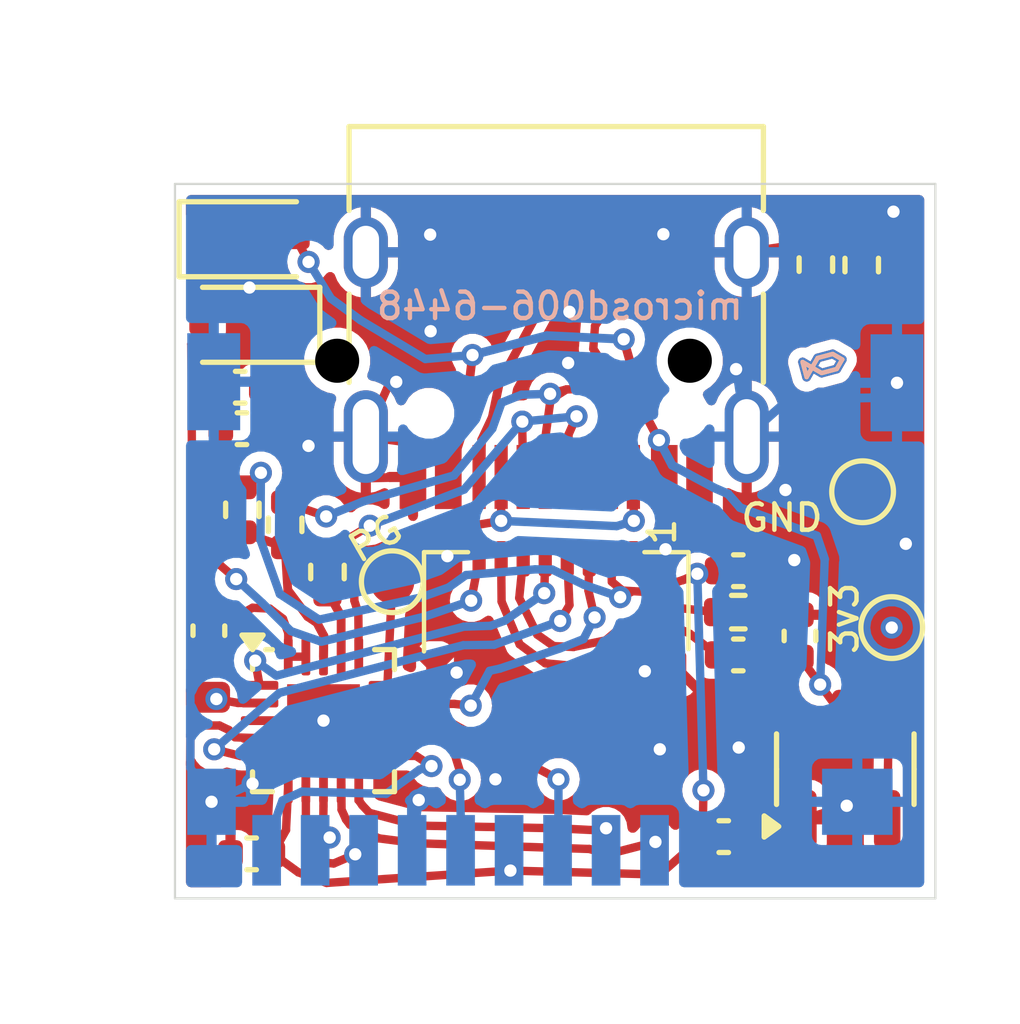
<source format=kicad_pcb>
(kicad_pcb (version 20240108) (generator "pcbnew") (generator_version "8.0")
  (layers (0 "F.Cu" signal) (31 "B.Cu" signal) (34 "B.Paste" user) (35 "F.Paste" user) (36 "B.SilkS" user "B.Silkscreen") (37 "F.SilkS" user "F.Silkscreen") (38 "B.Mask" user) (39 "F.Mask" user) (44 "Edge.Cuts" user))
  (net 0 "")
  (net 1 "Net-(J1-Pin_2)")
  (net 2 "OVDD")
  (net 3 "RES")
  (net 4 "SCL")
  (net 5 "SDA")
  (net 6 "Net-(J1-Pin_3)")
  (net 7 "VBUS")
  (net 8 "Net-(J2-CC1)")
  (net 9 "D+")
  (net 10 "D-")
  (net 11 "Net-(J2-CC2)")
  (net 12 "SBU")
  (net 13 "SDCMD")
  (net 14 "SDCLK")
  (net 15 "SDD2")
  (net 16 "SDD3")
  (net 17 "SWIO")
  (net 18 "SDD1")
  (net 19 "SDD0")
  (net 20 "CHARGEPUMP")
  (net 21 "Net-(D3-K)")
  (net 22 "OVCC")
  (net 23 "GND")
  (net 24 "SDD")
  (net 25 "Net-(J2-D+-PadA6)")
  (net 26 "Net-(J2-D--PadA7)")
  (net 27 "unconnected-(U1-PA1{slash}T1{slash}T2{slash}OPN0{slash}XI{slash}A1-Pad2)")
  (footprint "TestPoint:TestPoint_Pad_D1.0mm" (layer "F.Cu") (at 74.48 89.02)
    (property "Reference" "J3" (hide yes))
    (property "Value" "PG" (at -0.38 -0.98 30) (layer "F.SilkS") (effects (font (size 0.6 0.6) (thickness 0.1) (bold yes))))
    (pad "1" smd circle (at 0 0) (size 1 1) (layers "F.Cu" "F.Paste" "F.Mask") (net 17 "SWIO"))
  )
  (footprint "Package_TO_SOT_SMD:SOT-23-3" (layer "F.Cu") (at 84.7575 93.27 90)
    (property "Reference" "U3" (hide yes))
    (property "Value" "XC6206PxxxMR")
    (pad "1" smd roundrect (at -1.1375 -0.95 90) (size 1.325 0.6) (layers "F.Cu" "F.Paste" "F.Mask") (net 23 "GND"))
    (pad "2" smd roundrect (at -1.1375 0.95 90) (size 1.325 0.6) (layers "F.Cu" "F.Paste" "F.Mask") (net 2 "OVDD"))
    (pad "3" smd roundrect (at 1.1375 0 90) (size 1.325 0.6) (layers "F.Cu" "F.Paste" "F.Mask") (net 7 "VBUS"))
  )
  (footprint "Resistor_SMD:R_0402_1005Metric" (layer "F.Cu") (at 73.01 88.8 -90)
    (property "Reference" "R6" (hide yes))
    (property "Value" "120")
    (pad "1" smd roundrect (at -0.51 0 270) (size 0.54 0.64) (layers "F.Cu" "F.Paste" "F.Mask") (net 25 "Net-(J2-D+-PadA6)"))
    (pad "2" smd roundrect (at 0.51 0 270) (size 0.54 0.64) (layers "F.Cu" "F.Paste" "F.Mask") (net 9 "D+"))
  )
  (footprint "TestPoint:TestPoint_Pad_D1.0mm" (layer "F.Cu") (at 85.81 90.06)
    (property "Reference" "J4" (hide yes))
    (property "Value" "3v3" (at -1.07 -0.21 90) (layer "F.SilkS") (effects (font (size 0.6 0.6) (thickness 0.1) (bold yes))))
    (pad "1" smd circle (at 0 0) (size 1 1) (layers "F.Cu" "F.Paste" "F.Mask") (net 2 "OVDD"))
  )
  (footprint "TestPoint:TestPoint_Pad_1.0x1.0mm" (layer "F.Cu") (at 70.3 91.64 180)
    (property "Reference" "REF**" (hide yes))
    (property "Value" "TestPoint_Pad_1.0x1.0mm" (hide yes))
    (pad "1" smd roundrect (at 0 0 180) (size 1 0.7) (layers "F.Cu" "F.Paste" "F.Mask") (net 27 "unconnected-(U1-PA1{slash}T1{slash}T2{slash}OPN0{slash}XI{slash}A1-Pad2)"))
  )
  (footprint "Resistor_SMD:R_0402_1005Metric" (layer "F.Cu") (at 71.08 87.39 -90)
    (property "Reference" "R4" (hide yes))
    (property "Value" "1.5k")
    (pad "1" smd roundrect (at -0.51 0 270) (size 0.54 0.64) (layers "F.Cu" "F.Paste" "F.Mask") (net 2 "OVDD"))
    (pad "2" smd roundrect (at 0.51 0 270) (size 0.54 0.64) (layers "F.Cu" "F.Paste" "F.Mask") (net 10 "D-"))
  )
  (footprint "Capacitor_SMD:C_0402_1005Metric" (layer "F.Cu") (at 83.73 90.25 90)
    (property "Reference" "C6" (hide yes))
    (property "Value" "4.7u10v")
    (pad "1" smd roundrect (at -0.48 0 90) (size 0.56 0.62) (layers "F.Cu" "F.Paste" "F.Mask") (net 7 "VBUS"))
    (pad "2" smd roundrect (at 0.48 0 90) (size 0.56 0.62) (layers "F.Cu" "F.Paste" "F.Mask") (net 23 "GND"))
  )
  (footprint "Resistor_SMD:R_0402_1005Metric" (layer "F.Cu") (at 82.33 89.71)
    (property "Reference" "R1" (hide yes))
    (property "Value" "390k")
    (pad "1" smd roundrect (at -0.51 0) (size 0.54 0.64) (layers "F.Cu" "F.Paste" "F.Mask") (net 6 "Net-(J1-Pin_3)"))
    (pad "2" smd roundrect (at 0.51 0) (size 0.54 0.64) (layers "F.Cu" "F.Paste" "F.Mask") (net 23 "GND"))
  )
  (footprint "Capacitor_SMD:C_0402_1005Metric" (layer "F.Cu") (at 71.03 84.61 180)
    (property "Reference" "C3" (hide yes))
    (property "Value" "100n")
    (pad "1" smd roundrect (at -0.48 0 180) (size 0.56 0.62) (layers "F.Cu" "F.Paste" "F.Mask") (net 22 "OVCC"))
    (pad "2" smd roundrect (at 0.48 0 180) (size 0.56 0.62) (layers "F.Cu" "F.Paste" "F.Mask") (net 23 "GND"))
  )
  (footprint "fpc:AFC42-S08FMA-1H" (layer "F.Cu") (at 78.2 88.5)
    (property "Reference" "J1" (hide yes))
    (property "Value" "OLED")
    (pad "1" smd roundrect (at -1.75 0 180) (size 0.3 0.8) (layers "F.Cu" "F.Paste" "F.Mask") (net 22 "OVCC"))
    (pad "2" smd roundrect (at -1.25 0 180) (size 0.3 0.8) (layers "F.Cu" "F.Paste" "F.Mask") (net 1 "Net-(J1-Pin_2)"))
    (pad "3" smd roundrect (at -0.75 0 180) (size 0.3 0.8) (layers "F.Cu" "F.Paste" "F.Mask") (net 6 "Net-(J1-Pin_3)"))
    (pad "4" smd roundrect (at -0.25 0 180) (size 0.3 0.8) (layers "F.Cu" "F.Paste" "F.Mask") (net 5 "SDA"))
    (pad "5" smd roundrect (at 0.25 0 180) (size 0.3 0.8) (layers "F.Cu" "F.Paste" "F.Mask") (net 4 "SCL"))
    (pad "6" smd roundrect (at 0.75 0 180) (size 0.3 0.8) (layers "F.Cu" "F.Paste" "F.Mask") (net 3 "RES"))
    (pad "7" smd roundrect (at 1.25 0 180) (size 0.3 0.8) (layers "F.Cu" "F.Paste" "F.Mask") (net 2 "OVDD"))
    (pad "8" smd roundrect (at 1.75 0 180) (size 0.3 0.8) (layers "F.Cu" "F.Paste" "F.Mask") (net 23 "GND"))
    (pad "9" smd roundrect (at -2.75 2.5 180) (size 0.4 0.8) (layers "F.Cu" "F.Paste" "F.Mask") (net 23 "GND"))
    (pad "10" smd roundrect (at 2.75 2.5 180) (size 0.4 0.8) (layers "F.Cu" "F.Paste" "F.Mask") (net 23 "GND"))
  )
  (footprint "Diode_SMD:D_SOD-323" (layer "F.Cu") (at 71.25634 81.254378)
    (property "Reference" "D3" (hide yes))
    (property "Value" "D")
    (pad "1" smd roundrect (at -1.05 0) (size 0.6 0.45) (layers "F.Cu" "F.Paste" "F.Mask") (net 21 "Net-(D3-K)"))
    (pad "2" smd roundrect (at 1.05 0) (size 0.6 0.45) (layers "F.Cu" "F.Paste" "F.Mask") (net 7 "VBUS"))
  )
  (footprint "Capacitor_SMD:C_0402_1005Metric" (layer "F.Cu") (at 82.33 88.77)
    (property "Reference" "C4" (hide yes))
    (property "Value" "4.7u10v")
    (pad "1" smd roundrect (at -0.48 0) (size 0.56 0.62) (layers "F.Cu" "F.Paste" "F.Mask") (net 2 "OVDD"))
    (pad "2" smd roundrect (at 0.48 0) (size 0.56 0.62) (layers "F.Cu" "F.Paste" "F.Mask") (net 23 "GND"))
  )
  (footprint "Capacitor_SMD:C_0402_1005Metric" (layer "F.Cu") (at 71.29 95.19 180)
    (property "Reference" "C7" (hide yes))
    (property "Value" "100n" (hide yes))
    (pad "1" smd roundrect (at -0.48 0 180) (size 0.56 0.62) (layers "F.Cu" "F.Paste" "F.Mask") (net 2 "OVDD"))
    (pad "2" smd roundrect (at 0.48 0 180) (size 0.56 0.62) (layers "F.Cu" "F.Paste" "F.Mask") (net 23 "GND"))
  )
  (footprint "Connector_USB:USB_C_Receptacle_HRO_TYPE-C-31-M-12" (layer "F.Cu") (at 78.2 82.6 180)
    (property "Reference" "J2" (hide yes))
    (property "Value" "USB_C_Receptacle_USB2.0")
    (pad "" np_thru_hole circle (at -2.89 -2.6 180) (size 0.65 0.65) (drill 0.65) (layers "*.Cu" "*.Mask"))
    (pad "" np_thru_hole circle (at 2.89 -2.6 180) (size 0.65 0.65) (drill 0.65) (layers "*.Cu" "*.Mask"))
    (pad "A1" smd rect (at -3.25 -4.045 180) (size 0.6 1.45) (layers "F.Cu" "F.Paste" "F.Mask") (net 23 "GND"))
    (pad "A4" smd rect (at -2.45 -4.045 180) (size 0.6 1.45) (layers "F.Cu" "F.Paste" "F.Mask") (net 7 "VBUS"))
    (pad "A5" smd rect (at -1.25 -4.045 180) (size 0.3 1.45) (layers "F.Cu" "F.Paste" "F.Mask") (net 8 "Net-(J2-CC1)"))
    (pad "A6" smd rect (at -0.25 -4.045 180) (size 0.3 1.45) (layers "F.Cu" "F.Paste" "F.Mask") (net 25 "Net-(J2-D+-PadA6)"))
    (pad "A7" smd rect (at 0.25 -4.045 180) (size 0.3 1.45) (layers "F.Cu" "F.Paste" "F.Mask") (net 26 "Net-(J2-D--PadA7)"))
    (pad "A8" smd rect (at 1.25 -4.045 180) (size 0.3 1.45) (layers "F.Cu" "F.Paste" "F.Mask") (net 12 "SBU"))
    (pad "A9" smd rect (at 2.45 -4.045 180) (size 0.6 1.45) (layers "F.Cu" "F.Paste" "F.Mask") (net 7 "VBUS"))
    (pad "A12" smd rect (at 3.25 -4.045 180) (size 0.6 1.45) (layers "F.Cu" "F.Paste" "F.Mask") (net 23 "GND"))
    (pad "B1" smd rect (at 3.25 -4.045 180) (size 0.6 1.45) (layers "F.Cu" "F.Paste" "F.Mask") (net 23 "GND"))
    (pad "B4" smd rect (at 2.45 -4.045 180) (size 0.6 1.45) (layers "F.Cu" "F.Paste" "F.Mask") (net 7 "VBUS"))
    (pad "B5" smd rect (at 1.75 -4.045 180) (size 0.3 1.45) (layers "F.Cu" "F.Paste" "F.Mask") (net 11 "Net-(J2-CC2)"))
    (pad "B6" smd rect (at 0.75 -4.045 180) (size 0.3 1.45) (layers "F.Cu" "F.Paste" "F.Mask") (net 25 "Net-(J2-D+-PadA6)"))
    (pad "B7" smd rect (at -0.75 -4.045 180) (size 0.3 1.45) (layers "F.Cu" "F.Paste" "F.Mask") (net 26 "Net-(J2-D--PadA7)"))
    (pad "B8" smd rect (at -1.75 -4.045 180) (size 0.3 1.45) (layers "F.Cu" "F.Paste" "F.Mask") (net 12 "SBU"))
    (pad "B9" smd rect (at -2.45 -4.045 180) (size 0.6 1.45) (layers "F.Cu" "F.Paste" "F.Mask") (net 7 "VBUS"))
    (pad "B12" smd rect (at -3.25 -4.045 180) (size 0.6 1.45) (layers "F.Cu" "F.Paste" "F.Mask") (net 23 "GND"))
    (pad "S1" thru_hole oval (at -4.32 -3.13 180) (size 1 2.1) (drill oval 0.6 1.7) (layers "*.Cu" "*.Mask") (net 23 "GND"))
    (pad "S1" thru_hole oval (at -4.32 1.05 180) (size 1 1.6) (drill oval 0.6 1.2) (layers "*.Cu" "*.Mask") (net 23 "GND"))
    (pad "S1" thru_hole oval (at 4.32 -3.13 180) (size 1 2.1) (drill oval 0.6 1.7) (layers "*.Cu" "*.Mask") (net 23 "GND"))
    (pad "S1" thru_hole oval (at 4.32 1.05 180) (size 1 1.6) (drill oval 0.6 1.2) (layers "*.Cu" "*.Mask") (net 23 "GND"))
  )
  (footprint "Capacitor_SMD:C_0402_1005Metric" (layer "F.Cu") (at 82.33 90.68)
    (property "Reference" "C1" (hide yes))
    (property "Value" "4.7u10v")
    (pad "1" smd roundrect (at -0.48 0) (size 0.56 0.62) (layers "F.Cu" "F.Paste" "F.Mask") (net 1 "Net-(J1-Pin_2)"))
    (pad "2" smd roundrect (at 0.48 0) (size 0.56 0.62) (layers "F.Cu" "F.Paste" "F.Mask") (net 23 "GND"))
  )
  (footprint "Resistor_SMD:R_0402_1005Metric" (layer "F.Cu") (at 85.13 81.84 90)
    (property "Reference" "R2" (hide yes))
    (property "Value" "5.1k")
    (pad "1" smd roundrect (at -0.51 0 90) (size 0.54 0.64) (layers "F.Cu" "F.Paste" "F.Mask") (net 8 "Net-(J2-CC1)"))
    (pad "2" smd roundrect (at 0.51 0 90) (size 0.54 0.64) (layers "F.Cu" "F.Paste" "F.Mask") (net 23 "GND"))
  )
  (footprint "Capacitor_SMD:C_0402_1005Metric" (layer "F.Cu") (at 71.07 85.55 180)
    (property "Reference" "C2" (hide yes))
    (property "Value" "4.7u10v")
    (pad "1" smd roundrect (at -0.48 0 180) (size 0.56 0.62) (layers "F.Cu" "F.Paste" "F.Mask") (net 22 "OVCC"))
    (pad "2" smd roundrect (at 0.48 0 180) (size 0.56 0.62) (layers "F.Cu" "F.Paste" "F.Mask") (net 23 "GND"))
  )
  (footprint "TestPoint:TestPoint_Pad_D1.0mm" (layer "F.Cu") (at 85.15 86.98)
    (property "Reference" "J5" (hide yes))
    (property "Value" "GND" (at -1.83 0.59 0) (layer "F.SilkS") (effects (font (size 0.6 0.6) (thickness 0.1) (bold yes))))
    (pad "1" smd circle (at 0 0) (size 1 1) (layers "F.Cu" "F.Paste" "F.Mask") (net 23 "GND"))
  )
  (footprint "Resistor_SMD:R_0402_1005Metric" (layer "F.Cu") (at 84.09 81.83 90)
    (property "Reference" "R3" (hide yes))
    (property "Value" "5.1k")
    (pad "1" smd roundrect (at -0.51 0 90) (size 0.54 0.64) (layers "F.Cu" "F.Paste" "F.Mask") (net 11 "Net-(J2-CC2)"))
    (pad "2" smd roundrect (at 0.51 0 90) (size 0.54 0.64) (layers "F.Cu" "F.Paste" "F.Mask") (net 23 "GND"))
  )
  (footprint "Resistor_SMD:R_0402_1005Metric" (layer "F.Cu") (at 72.05 87.73 -90)
    (property "Reference" "R5" (hide yes))
    (property "Value" "120")
    (pad "1" smd roundrect (at -0.51 0 270) (size 0.54 0.64) (layers "F.Cu" "F.Paste" "F.Mask") (net 26 "Net-(J2-D--PadA7)"))
    (pad "2" smd roundrect (at 0.51 0 270) (size 0.54 0.64) (layers "F.Cu" "F.Paste" "F.Mask") (net 10 "D-"))
  )
  (footprint "Capacitor_SMD:C_0402_1005Metric" (layer "F.Cu") (at 70.32 90.13 -90)
    (property "Reference" "C11" (hide yes))
    (property "Value" "4.7u10v")
    (pad "1" smd roundrect (at -0.48 0 270) (size 0.56 0.62) (layers "F.Cu" "F.Paste" "F.Mask") (net 21 "Net-(D3-K)"))
    (pad "2" smd roundrect (at 0.48 0 270) (size 0.56 0.62) (layers "F.Cu" "F.Paste" "F.Mask") (net 20 "CHARGEPUMP"))
  )
  (footprint "Package_DFN_QFN:QFN-20-1EP_3x3mm_P0.4mm_EP1.65x1.65mm" (layer "F.Cu") (at 72.92 92.17)
    (property "Reference" "U1" (hide yes))
    (property "Value" "CH32V006F8U6" (hide yes))
    (pad "1" smd roundrect (at -1.45 -0.8) (size 0.85 0.2) (layers "F.Cu" "F.Paste" "F.Mask") (net 5 "SDA"))
    (pad "2" smd roundrect (at -1.45 -0.4) (size 0.85 0.2) (layers "F.Cu" "F.Paste" "F.Mask") (net 27 "unconnected-(U1-PA1{slash}T1{slash}T2{slash}OPN0{slash}XI{slash}A1-Pad2)"))
    (pad "3" smd roundrect (at -1.45 0) (size 0.85 0.2) (layers "F.Cu" "F.Paste" "F.Mask"))
    (pad "4" smd roundrect (at -1.45 0.4) (size 0.85 0.2) (layers "F.Cu" "F.Paste" "F.Mask") (net 23 "GND"))
    (pad "5" smd roundrect (at -1.45 0.8) (size 0.85 0.2) (layers "F.Cu" "F.Paste" "F.Mask") (net 4 "SCL"))
    (pad "6" smd roundrect (at -0.8 1.45) (size 0.2 0.85) (layers "F.Cu" "F.Paste" "F.Mask") (net 2 "OVDD"))
    (pad "7" smd roundrect (at -0.4 1.45) (size 0.2 0.85) (layers "F.Cu" "F.Paste" "F.Mask") (net 19 "SDD0"))
    (pad "8" smd roundrect (at 0 1.45) (size 0.2 0.85) (layers "F.Cu" "F.Paste" "F.Mask") (net 18 "SDD1"))
    (pad "9" smd roundrect (at 0.4 1.45) (size 0.2 0.85) (layers "F.Cu" "F.Paste" "F.Mask") (net 15 "SDD2"))
    (pad "10" smd roundrect (at 0.8 1.45) (size 0.2 0.85) (layers "F.Cu" "F.Paste" "F.Mask") (net 16 "SDD3"))
    (pad "11" smd roundrect (at 1.45 0.8) (size 0.85 0.2) (layers "F.Cu" "F.Paste" "F.Mask") (net 24 "SDD"))
    (pad "12" smd roundrect (at 1.45 0.4) (size 0.85 0.2) (layers "F.Cu" "F.Paste" "F.Mask") (net 14 "SDCLK"))
    (pad "13" smd roundrect (at 1.45 0) (size 0.85 0.2) (layers "F.Cu" "F.Paste" "F.Mask") (net 13 "SDCMD"))
    (pad "14" smd roundrect (at 1.45 -0.4) (size 0.85 0.2) (layers "F.Cu" "F.Paste" "F.Mask") (net 3 "RES"))
    (pad "15" smd roundrect (at 1.45 -0.8) (size 0.85 0.2) (layers "F.Cu" "F.Paste" "F.Mask") (net 17 "SWIO"))
    (pad "16" smd roundrect (at 0.8 -1.45) (size 0.2 0.85) (layers "F.Cu" "F.Paste" "F.Mask") (net 12 "SBU"))
    (pad "17" smd roundrect (at 0.4 -1.45) (size 0.2 0.85) (layers "F.Cu" "F.Paste" "F.Mask") (net 9 "D+"))
    (pad "18" smd roundrect (at 0 -1.45) (size 0.2 0.85) (layers "F.Cu" "F.Paste" "F.Mask") (net 10 "D-"))
    (pad "19" smd roundrect (at -0.4 -1.45) (size 0.2 0.85) (layers "F.Cu" "F.Paste" "F.Mask") (net 20 "CHARGEPUMP"))
    (pad "20" smd roundrect (at -0.8 -1.45) (size 0.2 0.85) (layers "F.Cu" "F.Paste" "F.Mask") (net 20 "CHARGEPUMP"))
    (pad "21" smd rect (at 0 0) (size 1.65 1.65) (property pad_prop_heatsink) (layers "F.Cu" "F.Mask") (net 23 "GND"))
  )
  (footprint "Diode_SMD:D_SOD-323" (layer "F.Cu") (at 71.22634 83.194378 180)
    (property "Reference" "D4" (hide yes))
    (property "Value" "D" (hide yes))
    (pad "1" smd roundrect (at -1.05 0 180) (size 0.6 0.45) (layers "F.Cu" "F.Paste" "F.Mask") (net 22 "OVCC"))
    (pad "2" smd roundrect (at 1.05 0 180) (size 0.6 0.45) (layers "F.Cu" "F.Paste" "F.Mask") (net 21 "Net-(D3-K)"))
  )
  (footprint "Capacitor_SMD:C_0402_1005Metric" (layer "F.Cu") (at 82 94.8)
    (property "Reference" "C5" (hide yes))
    (property "Value" "4.7u10v")
    (pad "1" smd roundrect (at -0.48 0) (size 0.56 0.62) (layers "F.Cu" "F.Paste" "F.Mask") (net 2 "OVDD"))
    (pad "2" smd roundrect (at 0.48 0) (size 0.56 0.62) (layers "F.Cu" "F.Paste" "F.Mask") (net 23 "GND"))
  )
  (footprint "cnhardware:MicroSD-C393941-SHOU-HAN-TF-PUSH-TINY" (layer "B.Cu") (at 73.23 84.01)
    (property "Reference" "J12" (hide yes))
    (property "Value" "Micro_SD_Card_Det1")
    (pad "" np_thru_hole oval (at 0 0) (size 1 1) (drill 1) (layers "*.Mask"))
    (pad "" np_thru_hole oval (at 8 0) (size 1 1) (drill 1) (layers "*.Mask"))
    (pad "1" smd rect (at 7.2 11.1) (size 0.65 1.6) (layers "B.Cu" "B.Paste" "B.Mask") (net 15 "SDD2"))
    (pad "2" smd rect (at 6.1 11.1) (size 0.65 1.6) (layers "B.Cu" "B.Paste" "B.Mask") (net 16 "SDD3"))
    (pad "3" smd rect (at 5 11.1) (size 0.65 1.6) (layers "B.Cu" "B.Paste" "B.Mask") (net 13 "SDCMD"))
    (pad "4" smd rect (at 3.9 11.1) (size 0.65 1.6) (layers "B.Cu" "B.Paste" "B.Mask") (net 2 "OVDD"))
    (pad "5" smd rect (at 2.8 11.1) (size 0.65 1.6) (layers "B.Cu" "B.Paste" "B.Mask") (net 14 "SDCLK"))
    (pad "6" smd rect (at 1.7 11.1) (size 0.65 1.6) (layers "B.Cu" "B.Paste" "B.Mask") (net 23 "GND"))
    (pad "7" smd rect (at 0.6 11.1) (size 0.65 1.6) (layers "B.Cu" "B.Paste" "B.Mask") (net 19 "SDD0"))
    (pad "8" smd rect (at -0.5 11.1) (size 0.65 1.6) (layers "B.Cu" "B.Paste" "B.Mask") (net 18 "SDD1"))
    (pad "9" smd rect (at -1.6 11.1) (size 0.65 1.6) (layers "B.Cu" "B.Paste" "B.Mask") (net 24 "SDD"))
    (pad "10" smd rect (at -2.85 10) (size 1.1 1.5) (layers "B.Cu" "B.Paste" "B.Mask") (net 23 "GND"))
    (pad "10" smd rect (at -2.8 0.475) (size 1.2 2.2) (layers "B.Cu" "B.Paste" "B.Mask") (net 23 "GND"))
    (pad "10" smd rect (at 11.8 10) (size 1.6 1.5) (layers "B.Cu" "B.Paste" "B.Mask") (net 23 "GND"))
    (pad "10" smd rect (at 12.7 0.5 270) (size 2.2 1.2) (layers "B.Cu" "B.Paste" "B.Mask") (net 23 "GND"))
  )
  (gr_line (start 84.221507 84.288493) (end 84.563014 84.196987) (stroke (width 0.1)) (layer "B.SilkS"))
  (gr_line (start 84.130001 83.946987) (end 83.88 84.38) (stroke (width 0.1)) (layer "B.SilkS"))
  (gr_line (start 83.88 84.38) (end 83.788495 84.038493) (stroke (width 0.1)) (layer "B.SilkS"))
  (gr_line (start 84.471507 83.855481) (end 84.130001 83.946987) (stroke (width 0.1)) (layer "B.SilkS"))
  (gr_line (start 84.688015 83.980481) (end 84.471507 83.855481) (stroke (width 0.1)) (layer "B.SilkS"))
  (gr_line (start 83.788495 84.038493) (end 84.221507 84.288493) (stroke (width 0.1)) (layer "B.SilkS"))
  (gr_line (start 84.563014 84.196987) (end 84.688015 83.980481) (stroke (width 0.1)) (layer "B.SilkS"))
  (gr_line (start 83.788495 84.038493) (end 84.221507 84.288493) (stroke (width 0.1)) (layer "F.SilkS"))
  (gr_line (start 83.88 84.38) (end 83.788495 84.038493) (stroke (width 0.1)) (layer "F.SilkS"))
  (gr_line (start 84.471507 83.855481) (end 84.130001 83.946987) (stroke (width 0.1)) (layer "F.SilkS"))
  (gr_line (start 84.688015 83.980481) (end 84.471507 83.855481) (stroke (width 0.1)) (layer "F.SilkS"))
  (gr_line (start 84.130001 83.946987) (end 83.88 84.38) (stroke (width 0.1)) (layer "F.SilkS"))
  (gr_line (start 84.221507 84.288493) (end 84.563014 84.196987) (stroke (width 0.1)) (layer "F.SilkS"))
  (gr_line (start 84.563014 84.196987) (end 84.688015 83.980481) (stroke (width 0.1)) (layer "F.SilkS"))
  (gr_line (start 86.8 80) (end 86.8 96.2) (stroke (width 0.05)) (layer "Edge.Cuts"))
  (gr_line (start 69.55 96.2) (end 69.55 80) (stroke (width 0.05)) (layer "Edge.Cuts"))
  (gr_line (start 69.55 80) (end 86.8 80) (stroke (width 0.05)) (layer "Edge.Cuts"))
  (gr_line (start 86.8 96.2) (end 69.55 96.2) (stroke (width 0.05)) (layer "Edge.Cuts"))
  (gr_text "microsd006-6448" (at 78.28 83.12 0) (layer "B.SilkS") (effects (font (size 0.6 0.6) (thickness 0.1)) (justify bottom mirror)))
  (gr_text "1" (at 80.9498 88.2396 90) (layer "F.SilkS") (effects (font (size 0.6 0.6) (thickness 0.1) (bold yes)) (justify left bottom)))
  (segment (start 84.130002 83.946986) (end 83.88 84.38) (width 0.2) (layer "F.Cu") (net 0))
  (segment (start 84.471508 83.855482) (end 84.130002 83.946986) (width 0.2) (layer "F.Cu") (net 0))
  (segment (start 84.688011 83.98048) (end 84.563012 84.196987) (width 0.2) (layer "F.Cu") (net 0))
  (segment (start 84.688011 83.98048) (end 84.471508 83.855482) (width 0.2) (layer "F.Cu") (net 0))
  (segment (start 83.88 84.38) (end 83.788495 84.038493) (width 0.2) (layer "F.Cu") (net 0))
  (segment (start 83.788495 84.038493) (end 84.221507 84.288492) (width 0.2) (layer "F.Cu") (net 0))
  (segment (start 84.221507 84.288492) (end 84.563012 84.196987) (width 0.2) (layer "F.Cu") (net 0))
  (segment (start 84.221507 84.288493) (end 83.788495 84.038493) (width 0.2) (layer "B.Cu") (net 0))
  (segment (start 84.688015 83.980481) (end 84.471507 83.855481) (width 0.2) (layer "B.Cu") (net 0))
  (segment (start 84.688015 83.980481) (end 84.563014 84.196987) (width 0.2) (layer "B.Cu") (net 0))
  (segment (start 83.788495 84.038493) (end 83.88 84.38) (width 0.2) (layer "B.Cu") (net 0))
  (segment (start 84.563014 84.196987) (end 84.221507 84.288493) (width 0.2) (layer "B.Cu") (net 0))
  (segment (start 84.130001 83.946987) (end 84.471507 83.855481) (width 0.2) (layer "B.Cu") (net 0))
  (segment (start 83.88 84.38) (end 84.130001 83.946987) (width 0.2) (layer "B.Cu") (net 0))
  (segment (start 78.61 90.93) (end 79.45 90.76) (width 0.19) (layer "F.Cu") (net 1))
  (segment (start 77.37 90.44) (end 77.95 90.87) (width 0.19) (layer "F.Cu") (net 1))
  (segment (start 79.45 90.76) (end 79.88 90.41) (width 0.19) (layer "F.Cu") (net 1))
  (segment (start 76.95 88.5) (end 76.96 89.47) (width 0.19) (layer "F.Cu") (net 1))
  (segment (start 76.96 89.47) (end 77.37 90.44) (width 0.19) (layer "F.Cu") (net 1))
  (segment (start 79.88 90.41) (end 80.41 90.12) (width 0.19) (layer "F.Cu") (net 1))
  (segment (start 77.95 90.87) (end 78.61 90.93) (width 0.19) (layer "F.Cu") (net 1))
  (segment (start 80.88 90.03) (end 81.23 90.2) (width 0.19) (layer "F.Cu") (net 1))
  (segment (start 81.23 90.2) (end 81.85 90.68) (width 0.19) (layer "F.Cu") (net 1))
  (segment (start 80.41 90.12) (end 80.88 90.03) (width 0.19) (layer "F.Cu") (net 1))
  (segment (start 79.7 89.22) (end 79.46 89.02) (width 0.19) (layer "F.Cu") (net 2))
  (segment (start 72.07 94.65) (end 72.12 93.62) (width 0.19) (layer "F.Cu") (net 2))
  (segment (start 81.06 88.987171) (end 81.4 88.84) (width 0.19) (layer "F.Cu") (net 2))
  (segment (start 72.99 95.85) (end 73.87 95.79) (width 0.19) (layer "F.Cu") (net 2))
  (segment (start 85.81 90.06) (end 85.75 91.66) (width 0.19) (layer "F.Cu") (net 2))
  (segment (start 79.94 89.234118) (end 79.7 89.22) (width 0.19) (layer "F.Cu") (net 2))
  (segment (start 85.64 95.25) (end 84.99 95.51) (width 0.19) (layer "F.Cu") (net 2))
  (segment (start 84.99 95.51) (end 82.17 95.56) (width 0.19) (layer "F.Cu") (net 2))
  (segment (start 81.06 88.987171) (end 80.21 89.25) (width 0.19) (layer "F.Cu") (net 2))
  (segment (start 81.52 94.8) (end 80.55 95.66) (width 0.19) (layer "F.Cu") (net 2))
  (segment (start 79.94 89.234118) (end 79.65 89.37) (width 0.19) (layer "F.Cu") (net 2))
  (segment (start 82.17 95.56) (end 81.52 94.8) (width 0.19) (layer "F.Cu") (net 2))
  (segment (start 81.73 88.78) (end 81.06 88.987171) (width 0.19) (layer "F.Cu") (net 2))
  (segment (start 80.21 89.25) (end 79.94 89.234118) (width 0.19) (layer "F.Cu") (net 2))
  (segment (start 73.87 95.79) (end 77.16 95.57) (width 0.19) (layer "F.Cu") (net 2))
  (segment (start 71.77 95.19) (end 72.35 95.61) (width 0.19) (layer "F.Cu") (net 2))
  (segment (start 85.7075 94.4075) (end 85.64 95.25) (width 0.19) (layer "F.Cu") (net 2))
  (segment (start 85.75 91.66) (end 85.7075 94.4075) (width 0.19) (layer "F.Cu") (net 2))
  (segment (start 81.54 93.75) (end 81.52 94.8) (width 0.19) (layer "F.Cu") (net 2))
  (segment (start 72.35 95.61) (end 72.99 95.85) (width 0.19) (layer "F.Cu") (net 2))
  (segment (start 71.77 95.19) (end 72.07 94.65) (width 0.19) (layer "F.Cu") (net 2))
  (segment (start 80.55 95.66) (end 77.16 95.57) (width 0.19) (layer "F.Cu") (net 2))
  (segment (start 79.46 89.02) (end 79.45 88.5) (width 0.19) (layer "F.Cu") (net 2))
  (via (at 71.5 86.55) (size 0.5) (drill 0.28) (layers "F.Cu" "B.Cu") (net 2))
  (via (at 77.16 95.57) (size 0.5) (drill 0.28) (layers "F.Cu" "B.Cu") (net 2))
  (via (at 79.65 89.37) (size 0.5) (drill 0.28) (layers "F.Cu" "B.Cu") (net 2))
  (via (at 85.81 90.06) (size 0.5) (drill 0.28) (layers "F.Cu" "B.Cu") (net 2))
  (via (at 81.4 88.84) (size 0.5) (drill 0.28) (layers "F.Cu" "B.Cu") (net 2))
  (via (at 81.54 93.75) (size 0.5) (drill 0.28) (layers "F.Cu" "B.Cu") (net 2))
  (segment (start 76.15 88.87) (end 75.76 89.15) (width 0.19) (layer "B.Cu") (net 2))
  (segment (start 71.93 89.3) (end 71.49 88.07) (width 0.19) (layer "B.Cu") (net 2))
  (segment (start 71.49 88.07) (end 71.5 86.55) (width 0.19) (layer "B.Cu") (net 2))
  (segment (start 81.4 88.84) (end 81.54 93.75) (width 0.19) (layer "B.Cu") (net 2))
  (segment (start 78.11 88.745) (end 77.72 88.74) (width 0.19) (layer "B.Cu") (net 2))
  (segment (start 75.12 89.38) (end 72.82 89.88) (width 0.19) (layer "B.Cu") (net 2))
  (segment (start 79.65 89.37) (end 78.83 89.09) (width 0.19) (layer "B.Cu") (net 2))
  (segment (start 77.72 88.74) (end 76.15 88.87) (width 0.19) (layer "B.Cu") (net 2))
  (segment (start 75.76 89.15) (end 75.12 89.38) (width 0.19) (layer "B.Cu") (net 2))
  (segment (start 72.82 89.88) (end 71.93 89.3) (width 0.19) (layer "B.Cu") (net 2))
  (segment (start 78.83 89.09) (end 78.11 88.745) (width 0.19) (layer "B.Cu") (net 2))
  (segment (start 78.93 89.22) (end 79.07 89.83) (width 0.19) (layer "F.Cu") (net 3))
  (segment (start 75.38 91.79) (end 75.88 91.79) (width 0.19) (layer "F.Cu") (net 3))
  (segment (start 74.37 91.77) (end 75.38 91.79) (width 0.19) (layer "F.Cu") (net 3))
  (segment (start 75.88 91.79) (end 76.26 91.83) (width 0.19) (layer "F.Cu") (net 3))
  (segment (start 78.95 88.5) (end 78.93 89.22) (width 0.19) (layer "F.Cu") (net 3))
  (via (at 76.26 91.83) (size 0.5) (drill 0.28) (layers "F.Cu" "B.Cu") (net 3))
  (via (at 79.07 89.83) (size 0.5) (drill 0.28) (layers "F.Cu" "B.Cu") (net 3))
  (segment (start 76.26 91.83) (end 76.69 91.04) (width 0.19) (layer "B.Cu") (net 3))
  (segment (start 78.82 90.32) (end 79.07 89.83) (width 0.19) (layer "B.Cu") (net 3))
  (segment (start 76.69 91.04) (end 76.92 90.99) (width 0.19) (layer "B.Cu") (net 3))
  (segment (start 76.92 90.99) (end 78.29 90.53) (width 0.19) (layer "B.Cu") (net 3))
  (segment (start 78.29 90.53) (end 78.82 90.32) (width 0.19) (layer "B.Cu") (net 3))
  (segment (start 78.5 89.55) (end 78.29 89.91) (width 0.19) (layer "F.Cu") (net 4))
  (segment (start 70.44 92.82) (end 71.03 92.97) (width 0.19) (layer "F.Cu") (net 4))
  (segment (start 78.45 88.5) (end 78.5 89.55) (width 0.19) (layer "F.Cu") (net 4))
  (segment (start 71.03 92.97) (end 71.47 92.97) (width 0.19) (layer "F.Cu") (net 4))
  (via (at 70.44 92.82) (size 0.5) (drill 0.28) (layers "F.Cu" "B.Cu") (net 4))
  (via (at 78.29 89.91) (size 0.5) (drill 0.28) (layers "F.Cu" "B.Cu") (net 4))
  (segment (start 71.92 91.54) (end 70.44 92.82) (width 0.19) (layer "B.Cu") (net 4))
  (segment (start 71.92 91.54) (end 76.09 90.46) (width 0.19) (layer "B.Cu") (net 4))
  (segment (start 78.29 89.91) (end 76.79 90.45) (width 0.19) (layer "B.Cu") (net 4))
  (segment (start 76.09 90.46) (end 76.79 90.45) (width 0.19) (layer "B.Cu") (net 4))
  (segment (start 71.37 90.81) (end 71.47 91.37) (width 0.19) (layer "F.Cu") (net 5))
  (segment (start 77.927391 89.28) (end 77.95 88.5) (width 0.19) (layer "F.Cu") (net 5))
  (via (at 71.37 90.81) (size 0.5) (drill 0.28) (layers "F.Cu" "B.Cu") (net 5))
  (via (at 77.927391 89.28) (size 0.5) (drill 0.28) (layers "F.Cu" "B.Cu") (net 5))
  (segment (start 77.04 89.9) (end 77.927391 89.28) (width 0.19) (layer "B.Cu") (net 5))
  (segment (start 76.1 90.04) (end 76.71 90.02) (width 0.19) (layer "B.Cu") (net 5))
  (segment (start 71.850256 91.150372) (end 76.1 90.04) (width 0.19) (layer "B.Cu") (net 5))
  (segment (start 71.37 90.81) (end 71.850256 91.150372) (width 0.19) (layer "B.Cu") (net 5))
  (segment (start 76.71 90.02) (end 77.04 89.9) (width 0.19) (layer "B.Cu") (net 5))
  (segment (start 77.77 90.22) (end 77.36 89.39) (width 0.19) (layer "F.Cu") (net 6))
  (segment (start 80.12 89.77) (end 80.93 89.61) (width 0.19) (layer "F.Cu") (net 6))
  (segment (start 79.32 90.35) (end 79.64 90.08) (width 0.19) (layer "F.Cu") (net 6))
  (segment (start 78.14 90.48) (end 77.77 90.22) (width 0.19) (layer "F.Cu") (net 6))
  (segment (start 79.64 90.08) (end 80.12 89.77) (width 0.19) (layer "F.Cu") (net 6))
  (segment (start 78.14 90.48) (end 78.59 90.5) (width 0.19) (layer "F.Cu") (net 6))
  (segment (start 77.36 89.39) (end 77.45 88.5) (width 0.19) (layer "F.Cu") (net 6))
  (segment (start 80.93 89.61) (end 81.82 89.71) (width 0.19) (layer "F.Cu") (net 6))
  (segment (start 78.59 90.5) (end 79.32 90.35) (width 0.19) (layer "F.Cu") (net 6))
  (segment (start 84.275463 91.474537) (end 84.7575 92.1325) (width 0.19) (layer "F.Cu") (net 7))
  (segment (start 76.11 85.51) (end 75.75 86.645) (width 0.2) (layer "F.Cu") (net 7))
  (segment (start 84.275463 91.474537) (end 84.186667 91.353333) (width 0.19) (layer "F.Cu") (net 7))
  (segment (start 72.30634 81.254378) (end 72.581007 81.768993) (width 0.19) (layer "F.Cu") (net 7))
  (segment (start 80.63 85.82) (end 80.65 86.645) (width 0.2) (layer "F.Cu") (net 7))
  (segment (start 76.3 83.88) (end 76.11 85.51) (width 0.2) (layer "F.Cu") (net 7))
  (segment (start 80.53 85.81) (end 80.63 85.82) (width 0.2) (layer "F.Cu") (net 7))
  (segment (start 79.73 83.522281) (end 80.2 85.19) (width 0.2) (layer "F.Cu") (net 7))
  (segment (start 83.73 90.73) (end 84.275463 91.474537) (width 0.19) (layer "F.Cu") (net 7))
  (segment (start 80.2 85.19) (end 80.53 85.81) (width 0.2) (layer "F.Cu") (net 7))
  (via (at 79.73 83.522281) (size 0.5) (drill 0.28) (layers "F.Cu" "B.Cu") (net 7))
  (via (at 84.186667 91.353333) (size 0.5) (drill 0.28) (layers "F.Cu" "B.Cu") (net 7))
  (via (at 76.3 83.88) (size 0.5) (drill 0.28) (layers "F.Cu" "B.Cu") (net 7))
  (via (at 72.581007 81.768993) (size 0.5) (drill 0.28) (layers "F.Cu" "B.Cu") (net 7))
  (via (at 80.53 85.81) (size 0.5) (drill 0.28) (layers "F.Cu" "B.Cu") (net 7))
  (segment (start 84.29 88.51) (end 84.11 87.98) (width 0.2) (layer "B.Cu") (net 7))
  (segment (start 84.186667 91.353333) (end 84.29 88.51) (width 0.19) (layer "B.Cu") (net 7))
  (segment (start 77.99 83.44) (end 76.3 83.88) (width 0.2) (layer "B.Cu") (net 7))
  (segment (start 80.83 86.38) (end 80.53 85.81) (width 0.2) (layer "B.Cu") (net 7))
  (segment (start 82.37 87.34) (end 82.1 87.03) (width 0.2) (layer "B.Cu") (net 7))
  (segment (start 79.73 83.522281) (end 77.99 83.44) (width 0.2) (layer "B.Cu") (net 7))
  (segment (start 81.78 86.89) (end 80.83 86.38) (width 0.2) (layer "B.Cu") (net 7))
  (segment (start 82.1 87.03) (end 81.78 86.89) (width 0.2) (layer "B.Cu") (net 7))
  (segment (start 73.76 83.09) (end 73.09 82.6) (width 0.19) (layer "B.Cu") (net 7))
  (segment (start 76.3 83.88) (end 75.23 83.97) (width 0.19) (layer "B.Cu") (net 7))
  (segment (start 84.11 87.98) (end 82.37 87.34) (width 0.2) (layer "B.Cu") (net 7))
  (segment (start 73.09 82.6) (end 72.581007 81.768993) (width 0.19) (layer "B.Cu") (net 7))
  (segment (start 75.23 83.97) (end 73.76 83.09) (width 0.19) (layer "B.Cu") (net 7))
  (segment (start 84.99 82.65) (end 85.13 82.35) (width 0.2) (layer "F.Cu") (net 8))
  (segment (start 79.38 84.27) (end 79.7 84.9) (width 0.19) (layer "F.Cu") (net 8))
  (segment (start 79.68 85.49) (end 79.47 85.84) (width 0.19) (layer "F.Cu") (net 8))
  (segment (start 81.14 82.89) (end 79.34 82.83) (width 0.19) (layer "F.Cu") (net 8))
  (segment (start 84.5 82.96) (end 84.99 82.65) (width 0.2) (layer "F.Cu") (net 8))
  (segment (start 82.64 83.13) (end 81.14 82.89) (width 0.19) (layer "F.Cu") (net 8))
  (segment (start 79.04 83.74) (end 79.38 84.27) (width 0.19) (layer "F.Cu") (net 8))
  (segment (start 84.5 82.96) (end 82.64 83.13) (width 0.19) (layer "F.Cu") (net 8))
  (segment (start 79.47 85.84) (end 79.45 86.645) (width 0.19) (layer "F.Cu") (net 8))
  (segment (start 79.08 83.22) (end 79.04 83.74) (width 0.19) (layer "F.Cu") (net 8))
  (segment (start 79.34 82.83) (end 79.08 83.22) (width 0.19) (layer "F.Cu") (net 8))
  (segment (start 79.7 84.9) (end 79.68 85.49) (width 0.19) (layer "F.Cu") (net 8))
  (segment (start 73.32 90.72) (end 73.32 89.8) (width 0.2) (layer "F.Cu") (net 9))
  (segment (start 73.32 89.8) (end 73.05 89.32) (width 0.2) (layer "F.Cu") (net 9))
  (segment (start 72.05 88.24) (end 71.08 87.9) (width 0.2) (layer "F.Cu") (net 10))
  (segment (start 72.93 90.25) (end 72.92 90.72) (width 0.2) (layer "F.Cu") (net 10))
  (segment (start 72.77 89.95) (end 72.93 90.25) (width 0.2) (layer "F.Cu") (net 10))
  (segment (start 72.56 89.81) (end 72.77 89.95) (width 0.2) (layer "F.Cu") (net 10))
  (segment (start 72.05 88.24) (end 72.11 89.21) (width 0.2) (layer "F.Cu") (net 10))
  (segment (start 72.11 89.21) (end 72.56 89.81) (width 0.2) (layer "F.Cu") (net 10))
  (segment (start 81.57 82.51) (end 82.55 82.69) (width 0.2) (layer "F.Cu") (net 11))
  (segment (start 78.62 82.03) (end 81.57 82.51) (width 0.2) (layer "F.Cu") (net 11))
  (segment (start 76.45 86.645) (end 76.51 85.8) (width 0.2) (layer "F.Cu") (net 11))
  (segment (start 76.51 85.8) (end 76.75 85.29) (width 0.2) (layer "F.Cu") (net 11))
  (segment (start 82.55 82.69) (end 84.09 82.34) (width 0.2) (layer "F.Cu") (net 11))
  (segment (start 76.91 84.51) (end 78.15 82.24) (width 0.2) (layer "F.Cu") (net 11))
  (segment (start 76.75 85.29) (end 76.91 84.51) (width 0.2) (layer "F.Cu") (net 11))
  (segment (start 78.15 82.24) (end 78.62 82.03) (width 0.2) (layer "F.Cu") (net 11))
  (segment (start 73.62 89.45) (end 73.61 88.49) (width 0.19) (layer "F.Cu") (net 12))
  (segment (start 76.95 86.645) (end 76.95 87.64) (width 0.19) (layer "F.Cu") (net 12))
  (segment (start 73.76 88.32) (end 74.12 88.27) (width 0.19) (layer "F.Cu") (net 12))
  (segment (start 74.43 88.14) (end 74.57 88.04) (width 0.19) (layer "F.Cu") (net 12))
  (segment (start 73.71 89.73) (end 73.62 89.45) (width 0.19) (layer "F.Cu") (net 12))
  (segment (start 76.95 87.64) (end 74.57 88.04) (width 0.19) (layer "F.Cu") (net 12))
  (segment (start 79.95 86.645) (end 79.96 87.64) (width 0.19) (layer "F.Cu") (net 12))
  (segment (start 73.61 88.49) (end 73.76 88.32) (width 0.19) (layer "F.Cu") (net 12))
  (segment (start 76.95 86.645) (end 76.94 87.13) (width 0.19) (layer "F.Cu") (net 12))
  (segment (start 73.72 90.72) (end 73.71 89.73) (width 0.19) (layer "F.Cu") (net 12))
  (segment (start 79.95 86.645) (end 79.96 87.22) (width 0.19) (layer "F.Cu") (net 12))
  (segment (start 74.12 88.27) (end 74.43 88.14) (width 0.19) (layer "F.Cu") (net 12))
  (via (at 76.95 87.64) (size 0.5) (drill 0.28) (layers "F.Cu" "B.Cu") (net 12))
  (via (at 79.96 87.64) (size 0.5) (drill 0.28) (layers "F.Cu" "B.Cu") (net 12))
  (segment (start 79.57 87.76) (end 76.95 87.64) (width 0.19) (layer "B.Cu") (net 12))
  (segment (start 79.96 87.64) (end 79.57 87.76) (width 0.19) (layer "B.Cu") (net 12))
  (segment (start 75.73 92.17) (end 74.37 92.17) (width 0.19) (layer "F.Cu") (net 13))
  (segment (start 76.05 92.35) (end 75.73 92.17) (width 0.19) (layer "F.Cu") (net 13))
  (segment (start 78.25 93.5) (end 76.05 92.35) (width 0.19) (layer "F.Cu") (net 13))
  (via (at 78.25 93.5) (size 0.5) (drill 0.28) (layers "F.Cu" "B.Cu") (net 13))
  (segment (start 78.25 93.5) (end 78.25 94.92) (width 0.19) (layer "B.Cu") (net 13))
  (segment (start 75.04 92.56) (end 74.37 92.57) (width 0.19) (layer "F.Cu") (net 14))
  (segment (start 76.02 93.33) (end 75.85 92.78) (width 0.19) (layer "F.Cu") (net 14))
  (segment (start 75.53 92.56) (end 75.04 92.56) (width 0.19) (layer "F.Cu") (net 14))
  (segment (start 76.01 93.51) (end 76.02 93.33) (width 0.19) (layer "F.Cu") (net 14))
  (segment (start 75.85 92.78) (end 75.53 92.56) (width 0.19) (layer "F.Cu") (net 14))
  (via (at 76.01 93.51) (size 0.5) (drill 0.28) (layers "F.Cu" "B.Cu") (net 14))
  (segment (start 76.01 93.51) (end 76.05 94.92) (width 0.19) (layer "B.Cu") (net 14))
  (segment (start 73.33 94.19) (end 73.32 93.62) (width 0.19) (layer "F.Cu") (net 15))
  (segment (start 73.43 94.41) (end 73.33 94.19) (width 0.19) (layer "F.Cu") (net 15))
  (segment (start 73.52 94.53) (end 73.43 94.41) (width 0.19) (layer "F.Cu") (net 15))
  (segment (start 74.18 94.84) (end 73.52 94.53) (width 0.19) (layer "F.Cu") (net 15))
  (segment (start 79.37 95.2) (end 78.95 95.08) (width 0.19) (layer "F.Cu") (net 15))
  (segment (start 78.95 95.08) (end 75.04 94.95) (width 0.19) (layer "F.Cu") (net 15))
  (segment (start 80.45 94.92) (end 79.37 95.2) (width 0.19) (layer "F.Cu") (net 15))
  (segment (start 75.04 94.95) (end 74.18 94.84) (width 0.19) (layer "F.Cu") (net 15))
  (via (at 80.45 94.92) (size 0.5) (drill 0.28) (layers "F.Cu" "B.Cu") (net 15))
  (segment (start 79.33 94.61) (end 79.2 94.66) (width 0.19) (layer "F.Cu") (net 16))
  (segment (start 78.2 94.61) (end 75.06 94.55) (width 0.19) (layer "F.Cu") (net 16))
  (segment (start 75.06 94.55) (end 73.96 94.26) (width 0.19) (layer "F.Cu") (net 16))
  (segment (start 79.2 94.66) (end 78.2 94.61) (width 0.19) (layer "F.Cu") (net 16))
  (segment (start 73.8 94.09) (end 73.73 93.99) (width 0.19) (layer "F.Cu") (net 16))
  (segment (start 73.73 93.99) (end 73.72 93.62) (width 0.19) (layer "F.Cu") (net 16))
  (segment (start 73.96 94.26) (end 73.8 94.09) (width 0.19) (layer "F.Cu") (net 16))
  (via (at 79.33 94.61) (size 0.5) (drill 0.28) (layers "F.Cu" "B.Cu") (net 16))
  (segment (start 79.35 94.92) (end 79.33 94.61) (width 0.19) (layer "B.Cu") (net 16))
  (segment (start 74.48 89.02) (end 74.37 91.37) (width 0.19) (layer "F.Cu") (net 17))
  (segment (start 72.92 94.11) (end 72.92 93.62) (width 0.19) (layer "F.Cu") (net 18))
  (segment (start 72.91 94.7) (end 72.92 94.11) (width 0.19) (layer "F.Cu") (net 18))
  (segment (start 73.06 94.82) (end 72.91 94.7) (width 0.19) (layer "F.Cu") (net 18))
  (via (at 73.06 94.82) (size 0.5) (drill 0.28) (layers "F.Cu" "B.Cu") (net 18))
  (segment (start 72.6 95.21) (end 72.52 94.86) (width 0.19) (layer "F.Cu") (net 19))
  (segment (start 72.52 94.86) (end 72.52 93.62) (width 0.19) (layer "F.Cu") (net 19))
  (segment (start 73.15 95.41) (end 72.87 95.38) (width 0.19) (layer "F.Cu") (net 19))
  (segment (start 72.87 95.38) (end 72.6 95.21) (width 0.19) (layer "F.Cu") (net 19))
  (segment (start 73.64 95.2) (end 73.15 95.41) (width 0.19) (layer "F.Cu") (net 19))
  (via (at 73.64 95.2) (size 0.5) (drill 0.28) (layers "F.Cu" "B.Cu") (net 19))
  (segment (start 71.03 89.77) (end 70.88 90.23) (width 0.19) (layer "F.Cu") (net 20))
  (segment (start 72.12 90.72) (end 72.12 90.18) (width 0.19) (layer "F.Cu") (net 20))
  (segment (start 71.31 89.61) (end 71.03 89.77) (width 0.19) (layer "F.Cu") (net 20))
  (segment (start 70.88 90.23) (end 70.32 90.61) (width 0.19) (layer "F.Cu") (net 20))
  (segment (start 72.52 90.72) (end 72.12 90.72) (width 0.19) (layer "F.Cu") (net 20))
  (segment (start 72.12 90.18) (end 72 89.86) (width 0.19) (layer "F.Cu") (net 20))
  (segment (start 72 89.86) (end 71.7 89.63) (width 0.19) (layer "F.Cu") (net 20))
  (segment (start 71.7 89.63) (end 71.31 89.61) (width 0.19) (layer "F.Cu") (net 20))
  (segment (start 69.92 83.63) (end 70.17634 83.194378) (width 0.19) (layer "F.Cu") (net 21))
  (segment (start 70.20634 81.254378) (end 70.17634 83.194378) (width 0.19) (layer "F.Cu") (net 21))
  (segment (start 70.32 89.65) (end 69.97 89.18) (width 0.19) (layer "F.Cu") (net 21))
  (segment (start 69.97 89.18) (end 69.95 88.78) (width 0.19) (layer "F.Cu") (net 21))
  (segment (start 69.95 88.78) (end 69.92 83.63) (width 0.19) (layer "F.Cu") (net 21))
  (segment (start 71.14 86.01) (end 71.55 85.55) (width 0.19) (layer "F.Cu") (net 22))
  (segment (start 76.45 88.5) (end 76.27 89.45) (width 0.19) (layer "F.Cu") (net 22))
  (segment (start 70.38 88.02) (end 70.49 86.43) (width 0.19) (layer "F.Cu") (net 22))
  (segment (start 72.27634 83.194378) (end 71.51 84.61) (width 0.19) (layer "F.Cu") (net 22))
  (segment (start 70.49 86.43) (end 71.14 86.01) (width 0.19) (layer "F.Cu") (net 22))
  (segment (start 71.55 85.55) (end 71.51 84.61) (width 0.19) (layer "F.Cu") (net 22))
  (segment (start 70.57 88.64) (end 70.38 88.02) (width 0.19) (layer "F.Cu") (net 22))
  (segment (start 70.94 88.96) (end 70.57 88.64) (width 0.19) (layer "F.Cu") (net 22))
  (via (at 70.94 88.96) (size 0.5) (drill 0.28) (layers "F.Cu" "B.Cu") (net 22))
  (via (at 76.27 89.45) (size 0.5) (drill 0.28) (layers "F.Cu" "B.Cu") (net 22))
  (segment (start 76.27 89.45) (end 75.22 89.81) (width 0.19) (layer "B.Cu") (net 22))
  (segment (start 72.87 90.38) (end 72.18 90.14) (width 0.19) (layer "B.Cu") (net 22))
  (segment (start 75.22 89.81) (end 72.87 90.38) (width 0.19) (layer "B.Cu") (net 22))
  (segment (start 71.53 89.5) (end 70.94 88.96) (width 0.19) (layer "B.Cu") (net 22))
  (segment (start 72.18 90.14) (end 71.53 89.5) (width 0.19) (layer "B.Cu") (net 22))
  (segment (start 83.8075 94.4075) (end 84.79 94.1) (width 0.19) (layer "F.Cu") (net 23))
  (segment (start 82.81 90.68) (end 82.81 88.77) (width 0.19) (layer "F.Cu") (net 23))
  (segment (start 70.1 92.28) (end 69.9 92.48) (width 0.19) (layer "F.Cu") (net 23))
  (segment (start 70.77 92.38) (end 70.56 92.28) (width 0.19) (layer "F.Cu") (net 23))
  (segment (start 84.09 81.32) (end 82.52 81.55) (width 0.2) (layer "F.Cu") (net 23))
  (segment (start 74.95 86.645) (end 73.88 86.67) (width 0.2) (layer "F.Cu") (net 23))
  (segment (start 74.57 84.488899) (end 74.41 84.53) (width 0.19) (layer "F.Cu") (net 23))
  (segment (start 81.45 85.81) (end 81.64 85.72) (width 0.2) (layer "F.Cu") (net 23))
  (segment (start 82.21 88.07) (end 82.81 88.77) (width 0.19) (layer "F.Cu") (net 23))
  (segment (start 81.45 86.645) (end 81.45 85.81) (width 0.2) (layer "F.Cu") (net 23))
  (segment (start 85.13 81.33) (end 84.09 81.32) (width 0.2) (layer "F.Cu") (net 23))
  (segment (start 71.47 92.57) (end 72.54 92.58) (width 0.19) (layer "F.Cu") (net 23))
  (segment (start 79.95 88.5) (end 80.68 88.284744) (width 0.19) (layer "F.Cu") (net 23))
  (segment (start 81.64 85.72) (end 82.52 85.73) (width 0.2) (layer "F.Cu") (net 23))
  (segment (start 74.41 84.53) (end 73.88 85.73) (width 0.19) (layer "F.Cu") (net 23))
  (segment (start 74.79 85.85) (end 73.88 85.73) (width 0.2) (layer "F.Cu") (net 23))
  (segment (start 69.895 93.16) (end 70.38 94.01) (width 0.19) (layer "F.Cu") (net 23))
  (segment (start 74.95 86.645) (end 74.79 85.85) (width 0.2) (layer "F.Cu") (net 23))
  (segment (start 83.73 89.77) (end 82.84 89.71) (width 0.19) (layer "F.Cu") (net 23))
  (segment (start 73.88 85.73) (end 73.88 86.67) (width 0.19) (layer "F.Cu") (net 23))
  (segment (start 71.47 92.57) (end 70.913008 92.548168) (width 0.19) (layer "F.Cu") (net 23))
  (segment (start 81.51 88.04) (end 82.21 88.07) (width 0.19) (layer "F.Cu") (net 23))
  (segment (start 69.9 92.48) (end 69.895 93.16) (width 0.19) (layer "F.Cu") (net 23))
  (segment (start 75.45 91) (end 75.94 91.08) (width 0.19) (layer "F.Cu") (net 23))
  (segment (start 70.56 92.28) (end 70.1 92.28) (width 0.19) (layer "F.Cu") (net 23))
  (segment (start 70.913008 92.548168) (end 70.77 92.38) (width 0.19) (layer "F.Cu") (net 23))
  (segment (start 80.68 88.284744) (end 81.51 88.04) (width 0.19) (layer "F.Cu") (net 23))
  (via (at 75.34 81.15) (size 0.5) (drill 0.28) (layers "F.Cu" "B.Cu") (net 23))
  (via (at 85.85 80.63) (size 0.5) (drill 0.28) (layers "F.Cu" "B.Cu") (net 23))
  (via (at 83.4 86.94) (size 0.5) (drill 0.28) (layers "F.Cu" "B.Cu") (net 23))
  (via (at 80.63 81.14) (size 0.5) (drill 0.28) (layers "F.Cu" "B.Cu") (net 23))
  (via (at 75.73 88.44) (size 0.5) (drill 0.28) (layers "F.Cu" "B.Cu") (net 23))
  (via (at 75.08 93.97) (size 0.5) (drill 0.28) (layers "F.Cu" "B.Cu") (net 23))
  (via (at 85.93 84.51) (size 0.5) (drill 0.28) (layers "F.Cu" "B.Cu") (net 23))
  (via (at 75.94 91.08) (size 0.5) (drill 0.28) (layers "F.Cu" "B.Cu") (net 23))
  (via (at 74.57 84.488899) (size 0.5) (drill 0.28) (layers "F.Cu" "B.Cu") (net 23))
  (via (at 80.55 92.82) (size 0.5) (drill 0.28) (layers "F.Cu" "B.Cu") (net 23))
  (via (at 71.24 82.35) (size 0.5) (drill 0.28) (layers "F.Cu" "B.Cu") (net 23))
  (via (at 78.5 82.9) (size 0.5) (drill 0.28) (layers "F.Cu" "B.Cu") (net 23))
  (via (at 75.35 83.34) (size 0.5) (drill 0.28) (layers "F.Cu" "B.Cu") (net 23))
  (via (at 80.21 91.05) (size 0.5) (drill 0.28) (layers "F.Cu" "B.Cu") (net 23))
  (via (at 72.92 92.17) (size 0.5) (drill 0.28) (layers "F.Cu" "B.Cu") (net 23))
  (via (at 72.58 85.94) (size 0.5) (drill 0.28) (layers "F.Cu" "B.Cu") (net 23))
  (via (at 80.68 88.284744) (size 0.5) (drill 0.28) (layers "F.Cu" "B.Cu") (net 23))
  (via (at 86.13 88.16) (size 0.5) (drill 0.28) (layers "F.Cu" "B.Cu") (net 23))
  (via (at 83.6 88.53) (size 0.5) (drill 0.28) (layers "F.Cu" "B.Cu") (net 23))
  (via (at 76.82 93.5) (size 0.5) (drill 0.28) (layers "F.Cu" "B.Cu") (net 23))
  (via (at 82.28 84.2) (size 0.5) (drill 0.28) (layers "F.Cu" "B.Cu") (net 23))
  (via (at 70.38 94.01) (size 0.5) (drill 0.28) (layers "F.Cu" "B.Cu") (net 23))
  (via (at 78.47 84.06) (size 0.5) (drill 0.28) (layers "F.Cu" "B.Cu") (net 23))
  (via (at 82.34 92.78) (size 0.5) (drill 0.28) (layers "F.Cu" "B.Cu") (net 23))
  (via (at 71.31 93.6) (size 0.5) (drill 0.28) (layers "F.Cu" "B.Cu") (net 23))
  (via (at 84.79 94.1) (size 0.5) (drill 0.28) (layers "F.Cu" "B.Cu") (net 23))
  (segment (start 85.7 84.35) (end 85.93 84.51) (width 0.2) (layer "B.Cu") (net 23))
  (segment (start 74.95 94.92) (end 75.08 93.97) (width 0.19) (layer "B.Cu") (net 23))
  (segment (start 70.38 94.01) (end 71.31 93.6) (width 0.19) (layer "B.Cu") (net 23))
  (segment (start 70.4 93.82) (end 70.38 94.01) (width 0.19) (layer "B.Cu") (net 23))
  (segment (start 70.38 94.01) (end 69.9 93.24) (width 0.19) (layer "B.Cu") (net 23))
  (segment (start 83.48 84.88) (end 82.52 85.73) (width 0.2) (layer "B.Cu") (net 23))
  (segment (start 69.9 91.72) (end 69.9 91.02) (width 0.19) (layer "B.Cu") (net 23))
  (segment (start 85.35 84.85) (end 83.48 84.88) (width 0.2) (layer "B.Cu") (net 23))
  (segment (start 82.28 84.2) (end 82.52 85.73) (width 0.19) (layer "B.Cu") (net 23))
  (segment (start 85.93 84.51) (end 85.35 84.85) (width 0.2) (layer "B.Cu") (net 23))
  (segment (start 69.9 93.24) (end 69.9 91.72) (width 0.19) (layer "B.Cu") (net 23))
  (segment (start 72.92 92.17) (end 71.47 93.16) (width 0.2) (layer "B.Cu") (net 23))
  (segment (start 75.37 93.2) (end 75.02 92.97) (width 0.19) (layer "F.Cu") (net 24))
  (segment (start 75.02 92.97) (end 74.37 92.97) (width 0.19) (layer "F.Cu") (net 24))
  (via (at 75.37 93.2) (size 0.5) (drill 0.28) (layers "F.Cu" "B.Cu") (net 24))
  (segment (start 75.37 93.2) (end 75.1 93.28) (width 0.19) (layer "B.Cu") (net 24))
  (segment (start 74.34 93.83) (end 72.43 93.78) (width 0.19) (layer "B.Cu") (net 24))
  (segment (start 72.43 93.78) (end 71.99 93.98) (width 0.19) (layer "B.Cu") (net 24))
  (segment (start 71.99 93.98) (end 71.65 94.92) (width 0.19) (layer "B.Cu") (net 24))
  (segment (start 75.1 93.28) (end 74.34 93.83) (width 0.19) (layer "B.Cu") (net 24))
  (segment (start 78.48 85.68) (end 78.45 86.645) (width 0.19) (layer "F.Cu") (net 25))
  (segment (start 77.43 85.59) (end 77.43 85.39) (width 0.19) (layer "F.Cu") (net 25))
  (segment (start 78.66 85.27) (end 78.48 85.68) (width 0.19) (layer "F.Cu") (net 25))
  (segment (start 77.45 86.645) (end 77.43 85.59) (width 0.19) (layer "F.Cu") (net 25))
  (segment (start 73.97 87.75) (end 73.05 88.3) (width 0.19) (layer "F.Cu") (net 25))
  (via (at 73.97 87.75) (size 0.5) (drill 0.28) (layers "F.Cu" "B.Cu") (net 25))
  (via (at 77.43 85.39) (size 0.5) (drill 0.28) (layers "F.Cu" "B.Cu") (net 25))
  (via (at 78.66 85.27) (size 0.5) (drill 0.28) (layers "F.Cu" "B.Cu") (net 25))
  (segment (start 77.43 85.39) (end 76.11 86.93) (width 0.19) (layer "B.Cu") (net 25))
  (segment (start 77.43 85.39) (end 78.66 85.27) (width 0.19) (layer "B.Cu") (net 25))
  (segment (start 76.11 86.93) (end 73.97 87.75) (width 0.19) (layer "B.Cu") (net 25))
  (segment (start 78.43 84.66) (end 78.06 84.76) (width 0.19) (layer "F.Cu") (net 26))
  (segment (start 79 85.83) (end 78.95 86.645) (width 0.19) (layer "F.Cu") (net 26))
  (segment (start 77.95 85.77) (end 78.07 84.89) (width 0.19) (layer "F.Cu") (net 26))
  (segment (start 78.07 84.89) (end 78.43 84.66) (width 0.19) (layer "F.Cu") (net 26))
  (segment (start 72.05 87.22) (end 72.98 87.54) (width 0.19) (layer "F.Cu") (net 26))
  (segment (start 79.27 85.43) (end 79 85.83) (width 0.19) (layer "F.Cu") (net 26))
  (segment (start 78.43 84.66) (end 79.03 84.64) (width 0.19) (layer "F.Cu") (net 26))
  (segment (start 79.24 85) (end 79.27 85.43) (width 0.19) (layer "F.Cu") (net 26))
  (segment (start 77.95 86.645) (end 77.95 85.77) (width 0.19) (layer "F.Cu") (net 26))
  (segment (start 79.03 84.64) (end 79.24 85) (width 0.19) (layer "F.Cu") (net 26))
  (via (at 72.98 87.54) (size 0.5) (drill 0.28) (layers "F.Cu" "B.Cu") (net 26))
  (via (at 78.06 84.76) (size 0.5) (drill 0.28) (layers "F.Cu" "B.Cu") (net 26))
  (segment (start 72.98 87.54) (end 73.82 87.2) (width 0.19) (layer "B.Cu") (net 26))
  (segment (start 76.96 84.96) (end 77.41 84.78) (width 0.19) (layer "B.Cu") (net 26))
  (segment (start 73.82 87.2) (end 75.88 86.61) (width 0.19) (layer "B.Cu") (net 26))
  (segment (start 76.75 85.55) (end 76.96 84.96) (width 0.19) (layer "B.Cu") (net 26))
  (segment (start 75.88 86.61) (end 76.75 85.55) (width 0.19) (layer "B.Cu") (net 26))
  (segment (start 77.41 84.78) (end 78.06 84.76) (width 0.19) (layer "B.Cu") (net 26))
  (segment (start 70.98 91.77) (end 71.47 91.77) (width 0.19) (layer "F.Cu") (net 27))
  (segment (start 70.49 91.68) (end 70.98 91.77) (width 0.19) (layer "F.Cu") (net 27))
  (via (at 70.49 91.68) (size 0.5) (drill 0.28) (layers "F.Cu" "B.Cu") (net 27))
  (zone (net 23) (net_name "GND") (layers "F&B.Cu") (connect_pads (clearance 0.23)) (min_thickness 0.23) (fill yes (thermal_gap 0.23) (thermal_bridge_width 0.23))
    (polygon (pts (xy 88.73 76.63) (xy 88.73 98.28) (xy 67.6 97.7) (xy 67.84 75.83)))
  )
)
</source>
